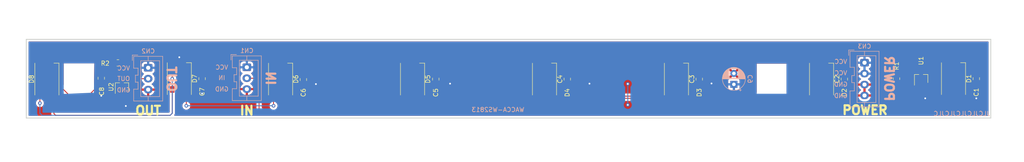
<source format=kicad_pcb>
(kicad_pcb (version 20211014) (generator pcbnew)
  (layers (0 "F.Cu" signal) (31 "B.Cu" signal) (34 "B.Paste" user) (35 "F.Paste" user) (36 "B.SilkS" user "B.Silkscreen") (37 "F.SilkS" user "F.Silkscreen") (38 "B.Mask" user) (39 "F.Mask" user) (44 "Edge.Cuts" user))
  (net 0 "")
  (net 1 "+5V")
  (net 2 "GND")
  (net 3 "Net-(CN1-Pad2)")
  (net 4 "LED_IN")
  (net 5 "LED_OUT")
  (net 6 "Net-(CN2-Pad2)")
  (net 8 "Net-(D1-Pad3)")
  (net 10 "Net-(D2-Pad3)")
  (net 12 "Net-(D3-Pad3)")
  (net 14 "Net-(D4-Pad3)")
  (net 16 "Net-(D5-Pad3)")
  (net 18 "Net-(D6-Pad3)")
  (net 20 "Net-(D7-Pad3)")
  (footprint "LED_SMD:LED_WS2812_PLCC6_5.0x5.0mm_P1.6mm" (layer "F.Cu") (at 154.5 99.5 -90)
    (fp_text reference "D4" (at 3.1 -5.2 90) (layer "F.SilkS"))
    (fp_text value "WS2813")
    (fp_line (start -3.65 -2.75) (end 3.65 -2.75) (layer "F.SilkS") (width 0.12))
    (fp_line (start -3.65 -1.6) (end -3.65 -2.75) (layer "F.SilkS") (width 0.12))
    (fp_line (start -3.65 2.75) (end 3.65 2.75) (layer "F.SilkS") (width 0.12))
    (pad "1" smd rect (at -2.45 -1.6 270) (size 1.5 1) (layers "F.Cu" "F.Paste" "F.Mask"))
    (pad "2" smd rect (at -2.45 0 270) (size 1.5 1) (layers "F.Cu" "F.Paste" "F.Mask") (net 1 "+5V"))
    (pad "3" smd rect (at -2.45 1.6 270) (size 1.5 1) (layers "F.Cu" "F.Paste" "F.Mask") (net 14 "Net-(D4-Pad3)"))
    (pad "4" smd rect (at 2.45 1.6 270) (size 1.5 1) (layers "F.Cu" "F.Paste" "F.Mask") (net 12 "Net-(D3-Pad3)"))
    (pad "5" smd rect (at 2.45 0 270) (size 1.5 1) (layers "F.Cu" "F.Paste" "F.Mask") (net 2 "GND"))
    (pad "6" smd rect (at 2.45 -1.6 270) (size 1.5 1) (layers "F.Cu" "F.Paste" "F.Mask") (net 10 "Net-(D2-Pad3)"))
  )
  (footprint "Resistor_SMD:R_0805_2012Metric_Pad1.20x1.40mm_HandSolder" (layer "F.Cu") (at 234.8 99.4 90)
    (fp_text reference "R1" (at 2.9 0 90) (layer "F.SilkS"))
    (fp_text value "100")
    (fp_line (start -0.227064 -0.735) (end 0.227064 -0.735) (layer "F.SilkS") (width 0.12))
    (fp_line (start -0.227064 0.735) (end 0.227064 0.735) (layer "F.SilkS") (width 0.12))
    (pad "1" smd roundrect (at -1 0 90) (size 1.2 1.4) (layers "F.Cu" "F.Paste" "F.Mask") (roundrect_rratio 0.2083333333) (net 3 "Net-(CN1-Pad2)"))
    (pad "2" smd roundrect (at 1 0 90) (size 1.2 1.4) (layers "F.Cu" "F.Paste" "F.Mask") (roundrect_rratio 0.2083333333) (net 4 "LED_IN"))
  )
  (footprint "Capacitor_SMD:C_0805_2012Metric_Pad1.18x1.45mm_HandSolder" (layer "F.Cu") (at 129.7 99.5 90)
    (fp_text reference "C5" (at -3.1 0 90) (layer "F.SilkS"))
    (fp_text value "100nF")
    (fp_line (start -0.261252 -0.735) (end 0.261252 -0.735) (layer "F.SilkS") (width 0.12))
    (fp_line (start -0.261252 0.735) (end 0.261252 0.735) (layer "F.SilkS") (width 0.12))
    (pad "1" smd roundrect (at -1.0375 0 90) (size 1.175 1.45) (layers "F.Cu" "F.Paste" "F.Mask") (roundrect_rratio 0.2127659574) (net 1 "+5V"))
    (pad "2" smd roundrect (at 1.0375 0 90) (size 1.175 1.45) (layers "F.Cu" "F.Paste" "F.Mask") (roundrect_rratio 0.2127659574) (net 2 "GND"))
  )
  (footprint "Package_TO_SOT_SMD:TSOT-23_HandSoldering" (layer "F.Cu") (at 58.1 101.3 90)
    (fp_text reference "U2" (at 0 -2.45 90) (layer "F.SilkS"))
    (fp_text value "1503a")
    (fp_line (start 0.95 -1.5) (end 0.95 -0.5) (layer "F.SilkS") (width 0.12))
    (fp_line (start 0.93 -1.51) (end -1.5 -1.51) (layer "F.SilkS") (width 0.12))
    (fp_line (start 0.95 1.55) (end -0.9 1.55) (layer "F.SilkS") (width 0.12))
    (fp_line (start 0.95 0.5) (end 0.95 1.55) (layer "F.SilkS") (width 0.12))
    (pad "1" smd rect (at -1.71 -0.95 90) (size 2 0.65) (layers "F.Cu" "F.Paste" "F.Mask") (net 2 "GND"))
    (pad "2" smd rect (at -1.71 0.95 90) (size 2 0.65) (layers "F.Cu" "F.Paste" "F.Mask") (net 1 "+5V"))
    (pad "3" smd rect (at 1.71 0 90) (size 2 0.65) (layers "F.Cu" "F.Paste" "F.Mask") (net 5 "LED_OUT"))
  )
  (footprint "LED_SMD:LED_WS2812_PLCC6_5.0x5.0mm_P1.6mm" (layer "F.Cu") (at 124.4 99.5 -90)
    (fp_text reference "D5" (at 0 -3.5 90) (layer "F.SilkS"))
    (fp_text value "WS2813")
    (fp_line (start -3.65 2.75) (end 3.65 2.75) (layer "F.SilkS") (width 0.12))
    (fp_line (start -3.65 -1.6) (end -3.65 -2.75) (layer "F.SilkS") (width 0.12))
    (fp_line (start -3.65 -2.75) (end 3.65 -2.75) (layer "F.SilkS") (width 0.12))
    (pad "1" smd rect (at -2.45 -1.6 270) (size 1.5 1) (layers "F.Cu" "F.Paste" "F.Mask"))
    (pad "2" smd rect (at -2.45 0 270) (size 1.5 1) (layers "F.Cu" "F.Paste" "F.Mask") (net 1 "+5V"))
    (pad "3" smd rect (at -2.45 1.6 270) (size 1.5 1) (layers "F.Cu" "F.Paste" "F.Mask") (net 16 "Net-(D5-Pad3)"))
    (pad "4" smd rect (at 2.45 1.6 270) (size 1.5 1) (layers "F.Cu" "F.Paste" "F.Mask") (net 14 "Net-(D4-Pad3)"))
    (pad "5" smd rect (at 2.45 0 270) (size 1.5 1) (layers "F.Cu" "F.Paste" "F.Mask") (net 2 "GND"))
    (pad "6" smd rect (at 2.45 -1.6 270) (size 1.5 1) (layers "F.Cu" "F.Paste" "F.Mask") (net 12 "Net-(D3-Pad3)"))
  )
  (footprint "Resistor_SMD:R_0805_2012Metric_Pad1.20x1.40mm_HandSolder" (layer "F.Cu") (at 57.2 95.8)
    (fp_text reference "R2" (at -2.9 0.1) (layer "F.SilkS"))
    (fp_text value "100")
    (fp_line (start -0.227064 -0.735) (end 0.227064 -0.735) (layer "F.SilkS") (width 0.12))
    (fp_line (start -0.227064 0.735) (end 0.227064 0.735) (layer "F.SilkS") (width 0.12))
    (pad "1" smd roundrect (at -1 0) (size 1.2 1.4) (layers "F.Cu" "F.Paste" "F.Mask") (roundrect_rratio 0.2083333333) (net 5 "LED_OUT"))
    (pad "2" smd roundrect (at 1 0) (size 1.2 1.4) (layers "F.Cu" "F.Paste" "F.Mask") (roundrect_rratio 0.2083333333) (net 6 "Net-(CN2-Pad2)"))
  )
  (footprint "LED_SMD:LED_WS2812_PLCC6_5.0x5.0mm_P1.6mm" (layer "F.Cu") (at 71.2 99.4 -90)
    (fp_text reference "D7" (at 0 -3.5 90) (layer "F.SilkS"))
    (fp_text value "WS2813")
    (fp_line (start -3.65 2.75) (end 3.65 2.75) (layer "F.SilkS") (width 0.12))
    (fp_line (start -3.65 -2.75) (end 3.65 -2.75) (layer "F.SilkS") (width 0.12))
    (fp_line (start -3.65 -1.6) (end -3.65 -2.75) (layer "F.SilkS") (width 0.12))
    (pad "1" smd rect (at -2.45 -1.6 270) (size 1.5 1) (layers "F.Cu" "F.Paste" "F.Mask"))
    (pad "2" smd rect (at -2.45 0 270) (size 1.5 1) (layers "F.Cu" "F.Paste" "F.Mask") (net 1 "+5V"))
    (pad "3" smd rect (at -2.45 1.6 270) (size 1.5 1) (layers "F.Cu" "F.Paste" "F.Mask") (net 20 "Net-(D7-Pad3)"))
    (pad "4" smd rect (at 2.45 1.6 270) (size 1.5 1) (layers "F.Cu" "F.Paste" "F.Mask") (net 18 "Net-(D6-Pad3)"))
    (pad "5" smd rect (at 2.45 0 270) (size 1.5 1) (layers "F.Cu" "F.Paste" "F.Mask") (net 2 "GND"))
    (pad "6" smd rect (at 2.45 -1.6 270) (size 1.5 1) (layers "F.Cu" "F.Paste" "F.Mask") (net 16 "Net-(D5-Pad3)"))
  )
  (footprint "Package_TO_SOT_SMD:TSOT-23_HandSoldering" (layer "F.Cu") (at 240.4 99.4 90)
    (fp_text reference "U1" (at 4.1 0 90) (layer "F.SilkS"))
    (fp_text value "1503a")
    (fp_line (start 0.95 1.55) (end -0.9 1.55) (layer "F.SilkS") (width 0.12))
    (fp_line (start 0.95 0.5) (end 0.95 1.55) (layer "F.SilkS") (width 0.12))
    (fp_line (start 0.95 -1.5) (end 0.95 -0.5) (layer "F.SilkS") (width 0.12))
    (fp_line (start 0.93 -1.51) (end -1.5 -1.51) (layer "F.SilkS") (width 0.12))
    (pad "1" smd rect (at -1.71 -0.95 90) (size 2 0.65) (layers "F.Cu" "F.Paste" "F.Mask") (net 2 "GND"))
    (pad "2" smd rect (at -1.71 0.95 90) (size 2 0.65) (layers "F.Cu" "F.Paste" "F.Mask") (net 1 "+5V"))
    (pad "3" smd rect (at 1.71 0 90) (size 2 0.65) (layers "F.Cu" "F.Paste" "F.Mask") (net 4 "LED_IN"))
  )
  (footprint "LED_SMD:LED_WS2812_PLCC6_5.0x5.0mm_P1.6mm" (layer "F.Cu") (at 94.3 99.5 -90)
    (fp_text reference "D6" (at 0 -3.5 90) (layer "F.SilkS"))
    (fp_text value "WS2813")
    (fp_line (start -3.65 -1.6) (end -3.65 -2.75) (layer "F.SilkS") (width 0.12))
    (fp_line (start -3.65 -2.75) (end 3.65 -2.75) (layer "F.SilkS") (width 0.12))
    (fp_line (start -3.65 2.75) (end 3.65 2.75) (layer "F.SilkS") (width 0.12))
    (pad "1" smd rect (at -2.45 -1.6 270) (size 1.5 1) (layers "F.Cu" "F.Paste" "F.Mask"))
    (pad "2" smd rect (at -2.45 0 270) (size 1.5 1) (layers "F.Cu" "F.Paste" "F.Mask") (net 1 "+5V"))
    (pad "3" smd rect (at -2.45 1.6 270) (size 1.5 1) (layers "F.Cu" "F.Paste" "F.Mask") (net 18 "Net-(D6-Pad3)"))
    (pad "4" smd rect (at 2.45 1.6 270) (size 1.5 1) (layers "F.Cu" "F.Paste" "F.Mask") (net 16 "Net-(D5-Pad3)"))
    (pad "5" smd rect (at 2.45 0 270) (size 1.5 1) (layers "F.Cu" "F.Paste" "F.Mask") (net 2 "GND"))
    (pad "6" smd rect (at 2.45 -1.6 270) (size 1.5 1) (layers "F.Cu" "F.Paste" "F.Mask") (net 14 "Net-(D4-Pad3)"))
  )
  (footprint "LED_SMD:LED_WS2812_PLCC6_5.0x5.0mm_P1.6mm" (layer "F.Cu") (at 184.6 99.5 -90)
    (fp_text reference "D3" (at 3.1 -5.2 90) (layer "F.SilkS"))
    (fp_text value "WS2813")
    (fp_line (start -3.65 -1.6) (end -3.65 -2.75) (layer "F.SilkS") (width 0.12))
    (fp_line (start -3.65 2.75) (end 3.65 2.75) (layer "F.SilkS") (width 0.12))
    (fp_line (start -3.65 -2.75) (end 3.65 -2.75) (layer "F.SilkS") (width 0.12))
    (pad "1" smd rect (at -2.45 -1.6 270) (size 1.5 1) (layers "F.Cu" "F.Paste" "F.Mask"))
    (pad "2" smd rect (at -2.45 0 270) (size 1.5 1) (layers "F.Cu" "F.Paste" "F.Mask") (net 1 "+5V"))
    (pad "3" smd rect (at -2.45 1.6 270) (size 1.5 1) (layers "F.Cu" "F.Paste" "F.Mask") (net 12 "Net-(D3-Pad3)"))
    (pad "4" smd rect (at 2.45 1.6 270) (size 1.5 1) (layers "F.Cu" "F.Paste" "F.Mask") (net 10 "Net-(D2-Pad3)"))
    (pad "5" smd rect (at 2.45 0 270) (size 1.5 1) (layers "F.Cu" "F.Paste" "F.Mask") (net 2 "GND"))
    (pad "6" smd rect (at 2.45 -1.6 270) (size 1.5 1) (layers "F.Cu" "F.Paste" "F.Mask") (net 8 "Net-(D1-Pad3)"))
  )
  (footprint "Capacitor_SMD:C_0805_2012Metric_Pad1.18x1.45mm_HandSolder" (layer "F.Cu") (at 53.4 99.3 90)
    (fp_text reference "C8" (at -3 0.1 90) (layer "F.SilkS"))
    (fp_text value "100nF")
    (fp_line (start -0.261252 -0.735) (end 0.261252 -0.735) (layer "F.SilkS") (width 0.12))
    (fp_line (start -0.261252 0.735) (end 0.261252 0.735) (layer "F.SilkS") (width 0.12))
    (pad "1" smd roundrect (at -1.0375 0 90) (size 1.175 1.45) (layers "F.Cu" "F.Paste" "F.Mask") (roundrect_rratio 0.2127659574) (net 1 "+5V"))
    (pad "2" smd roundrect (at 1.0375 0 90) (size 1.175 1.45) (layers "F.Cu" "F.Paste" "F.Mask") (roundrect_rratio 0.2127659574) (net 2 "GND"))
  )
  (footprint "MountingHole:MountingHole_3.2mm_M3" (layer "F.Cu") (at 206.3 99.4)
    (fp_text reference "H1" hide)
    (fp_text value "M3")
    (pad "" np_thru_hole circle (at 0 0) (size 3.2 3.2) (drill 3.2) (layers *.Cu *.Mask))
  )
  (footprint "Capacitor_SMD:C_0805_2012Metric_Pad1.18x1.45mm_HandSolder" (layer "F.Cu") (at 253 99.4 90)
    (fp_text reference "C1" (at -3.1 0 90) (layer "F.SilkS"))
    (fp_text value "100nF")
    (fp_line (start -0.261252 -0.735) (end 0.261252 -0.735) (layer "F.SilkS") (width 0.12))
    (fp_line (start -0.261252 0.735) (end 0.261252 0.735) (layer "F.SilkS") (width 0.12))
    (pad "1" smd roundrect (at -1.0375 0 90) (size 1.175 1.45) (layers "F.Cu" "F.Paste" "F.Mask") (roundrect_rratio 0.2127659574) (net 1 "+5V"))
    (pad "2" smd roundrect (at 1.0375 0 90) (size 1.175 1.45) (layers "F.Cu" "F.Paste" "F.Mask") (roundrect_rratio 0.2127659574) (net 2 "GND"))
  )
  (footprint "MountingHole:MountingHole_3.2mm_M3" (layer "F.Cu") (at 48.322695 99.4)
    (fp_text reference "H2" hide)
    (fp_text value "M3")
    (pad "" np_thru_hole circle (at 0 0) (size 3.2 3.2) (drill 3.2) (layers *.Cu *.Mask))
  )
  (footprint "LED_SMD:LED_WS2812_PLCC6_5.0x5.0mm_P1.6mm" (layer "F.Cu") (at 217.7 99.5 -90)
    (fp_text reference "D2" (at 3.1 -5.2 90) (layer "F.SilkS"))
    (fp_text value "WS2813")
    (fp_line (start -3.65 2.75) (end 3.65 2.75) (layer "F.SilkS") (width 0.12))
    (fp_line (start -3.65 -1.6) (end -3.65 -2.75) (layer "F.SilkS") (width 0.12))
    (fp_line (start -3.65 -2.75) (end 3.65 -2.75) (layer "F.SilkS") (width 0.12))
    (pad "1" smd rect (at -2.45 -1.6 270) (size 1.5 1) (layers "F.Cu" "F.Paste" "F.Mask"))
    (pad "2" smd rect (at -2.45 0 270) (size 1.5 1) (layers "F.Cu" "F.Paste" "F.Mask") (net 1 "+5V"))
    (pad "3" smd rect (at -2.45 1.6 270) (size 1.5 1) (layers "F.Cu" "F.Paste" "F.Mask") (net 10 "Net-(D2-Pad3)"))
    (pad "4" smd rect (at 2.45 1.6 270) (size 1.5 1) (layers "F.Cu" "F.Paste" "F.Mask") (net 8 "Net-(D1-Pad3)"))
    (pad "5" smd rect (at 2.45 0 270) (size 1.5 1) (layers "F.Cu" "F.Paste" "F.Mask") (net 2 "GND"))
    (pad "6" smd rect (at 2.45 -1.6 270) (size 1.5 1) (layers "F.Cu" "F.Paste" "F.Mask") (net 4 "LED_IN"))
  )
  (footprint "Capacitor_SMD:C_0805_2012Metric_Pad1.18x1.45mm_HandSolder" (layer "F.Cu") (at 189.8 99.5 90)
    (fp_text reference "C3" (at 0 -1.68 90) (layer "F.SilkS"))
    (fp_text value "100nF")
    (fp_line (start -0.261252 -0.735) (end 0.261252 -0.735) (layer "F.SilkS") (width 0.12))
    (fp_line (start -0.261252 0.735) (end 0.261252 0.735) (layer "F.SilkS") (width 0.12))
    (pad "1" smd roundrect (at -1.0375 0 90) (size 1.175 1.45) (layers "F.Cu" "F.Paste" "F.Mask") (roundrect_rratio 0.2127659574) (net 1 "+5V"))
    (pad "2" smd roundrect (at 1.0375 0 90) (size 1.175 1.45) (layers "F.Cu" "F.Paste" "F.Mask") (roundrect_rratio 0.2127659574) (net 2 "GND"))
  )
  (footprint "LED_SMD:LED_WS2812_PLCC6_5.0x5.0mm_P1.6mm" (layer "F.Cu") (at 247.8 99.4 -90)
    (fp_text reference "D1" (at 0 -3.5 90) (layer "F.SilkS"))
    (fp_text value "WS2813")
    (fp_line (start -3.65 2.75) (end 3.65 2.75) (layer "F.SilkS") (width 0.12))
    (fp_line (start -3.65 -2.75) (end 3.65 -2.75) (layer "F.SilkS") (width 0.12))
    (fp_line (start -3.65 -1.6) (end -3.65 -2.75) (layer "F.SilkS") (width 0.12))
    (pad "1" smd rect (at -2.45 -1.6 270) (size 1.5 1) (layers "F.Cu" "F.Paste" "F.Mask"))
    (pad "2" smd rect (at -2.45 0 270) (size 1.5 1) (layers "F.Cu" "F.Paste" "F.Mask") (net 1 "+5V"))
    (pad "3" smd rect (at -2.45 1.6 270) (size 1.5 1) (layers "F.Cu" "F.Paste" "F.Mask") (net 8 "Net-(D1-Pad3)"))
    (pad "4" smd rect (at 2.45 1.6 270) (size 1.5 1) (layers "F.Cu" "F.Paste" "F.Mask") (net 4 "LED_IN"))
    (pad "5" smd rect (at 2.45 0 270) (size 1.5 1) (layers "F.Cu" "F.Paste" "F.Mask") (net 2 "GND"))
    (pad "6" smd rect (at 2.45 -1.6 270) (size 1.5 1) (layers "F.Cu" "F.Paste" "F.Mask") (net 2 "GND"))
  )
  (footprint "Capacitor_SMD:C_0805_2012Metric_Pad1.18x1.45mm_HandSolder" (layer "F.Cu") (at 99.5 99.6 90)
    (fp_text reference "C6" (at -3 0 90) (layer "F.SilkS"))
    (fp_text value "100nF")
    (fp_line (start -0.261252 -0.735) (end 0.261252 -0.735) (layer "F.SilkS") (width 0.12))
    (fp_line (start -0.261252 0.735) (end 0.261252 0.735) (layer "F.SilkS") (width 0.12))
    (pad "1" smd roundrect (at -1.0375 0 90) (size 1.175 1.45) (layers "F.Cu" "F.Paste" "F.Mask") (roundrect_rratio 0.2127659574) (net 1 "+5V"))
    (pad "2" smd roundrect (at 1.0375 0 90) (size 1.175 1.45) (layers "F.Cu" "F.Paste" "F.Mask") (roundrect_rratio 0.2127659574) (net 2 "GND"))
  )
  (footprint "LED_SMD:LED_WS2812_PLCC6_5.0x5.0mm_P1.6mm" (layer "F.Cu") (at 41 99.5 -90)
    (fp_text reference "D8" (at 0 3.5 90) (layer "F.SilkS"))
    (fp_text value "WS2813")
    (fp_line (start -3.65 2.75) (end 3.65 2.75) (layer "F.SilkS") (width 0.12))
    (fp_line (start -3.65 -1.6) (end -3.65 -2.75) (layer "F.SilkS") (width 0.12))
    (fp_line (start -3.65 -2.75) (end 3.65 -2.75) (layer "F.SilkS") (width 0.12))
    (pad "1" smd rect (at -2.45 -1.6 270) (size 1.5 1) (layers "F.Cu" "F.Paste" "F.Mask"))
    (pad "2" smd rect (at -2.45 0 270) (size 1.5 1) (layers "F.Cu" "F.Paste" "F.Mask") (net 1 "+5V"))
    (pad "3" smd rect (at -2.45 1.6 270) (size 1.5 1) (layers "F.Cu" "F.Paste" "F.Mask") (net 5 "LED_OUT"))
    (pad "4" smd rect (at 2.45 1.6 270) (size 1.5 1) (layers "F.Cu" "F.Paste" "F.Mask") (net 20 "Net-(D7-Pad3)"))
    (pad "5" smd rect (at 2.45 0 270) (size 1.5 1) (layers "F.Cu" "F.Paste" "F.Mask") (net 2 "GND"))
    (pad "6" smd rect (at 2.45 -1.6 270) (size 1.5 1) (layers "F.Cu" "F.Paste" "F.Mask") (net 18 "Net-(D6-Pad3)"))
  )
  (footprint "Capacitor_SMD:C_0805_2012Metric_Pad1.18x1.45mm_HandSolder" (layer "F.Cu") (at 76.4 99.4 90)
    (fp_text reference "C7" (at -3 0 90) (layer "F.SilkS"))
    (fp_text value "100nF")
    (fp_line (start -0.261252 0.735) (end 0.261252 0.735) (layer "F.SilkS") (width 0.12))
    (fp_line (start -0.261252 -0.735) (end 0.261252 -0.735) (layer "F.SilkS") (width 0.12))
    (pad "1" smd roundrect (at -1.0375 0 90) (size 1.175 1.45) (layers "F.Cu" "F.Paste" "F.Mask") (roundrect_rratio 0.2127659574) (net 1 "+5V"))
    (pad "2" smd roundrect (at 1.0375 0 90) (size 1.175 1.45) (layers "F.Cu" "F.Paste" "F.Mask") (roundrect_rratio 0.2127659574) (net 2 "GND"))
  )
  (footprint "Capacitor_SMD:C_0805_2012Metric_Pad1.18x1.45mm_HandSolder" (layer "F.Cu") (at 159.7 99.5 90)
    (fp_text reference "C4" (at 0 -1.68 90) (layer "F.SilkS"))
    (fp_text value "100nF")
    (fp_line (start -0.261252 -0.735) (end 0.261252 -0.735) (layer "F.SilkS") (width 0.12))
    (fp_line (start -0.261252 0.735) (end 0.261252 0.735) (layer "F.SilkS") (width 0.12))
    (pad "1" smd roundrect (at -1.0375 0 90) (size 1.175 1.45) (layers "F.Cu" "F.Paste" "F.Mask") (roundrect_rratio 0.2127659574) (net 1 "+5V"))
    (pad "2" smd roundrect (at 1.0375 0 90) (size 1.175 1.45) (layers "F.Cu" "F.Paste" "F.Mask") (roundrect_rratio 0.2127659574) (net 2 "GND"))
  )
  (footprint "Capacitor_SMD:C_0805_2012Metric_Pad1.18x1.45mm_HandSolder" (layer "F.Cu") (at 222.9 99.5 90)
    (fp_text reference "C2" (at 0 -1.68 90) (layer "F.SilkS"))
    (fp_text value "100nF")
    (fp_line (start -0.261252 0.735) (end 0.261252 0.735) (layer "F.SilkS") (width 0.12))
    (fp_line (start -0.261252 -0.735) (end 0.261252 -0.735) (layer "F.SilkS") (width 0.12))
    (pad "1" smd roundrect (at -1.0375 0 90) (size 1.175 1.45) (layers "F.Cu" "F.Paste" "F.Mask") (roundrect_rratio 0.2127659574) (net 1 "+5V"))
    (pad "2" smd roundrect (at 1.0375 0 90) (size 1.175 1.45) (layers "F.Cu" "F.Paste" "F.Mask") (roundrect_rratio 0.2127659574) (net 2 "GND"))
  )
  (footprint "Capacitor_THT:CP_Radial_D5.0mm_P2.50mm" (layer "B.Cu") (at 197.7 100.7 90)
    (fp_text reference "C9" (at 1.25 3.75 90) (layer "B.SilkS") (effects (justify mirror)))
    (fp_text value "1000uF")
    (fp_line (start 3.011 1.901) (end 3.011 1.04) (layer "B.SilkS") (width 0.12))
    (fp_line (start 1.29 2.58) (end 1.29 -2.58) (layer "B.SilkS") (width 0.12))
    (fp_line (start 2.811 2.065) (end 2.811 1.04) (layer "B.SilkS") (width 0.12))
    (fp_line (start 3.691 0.915) (end 3.691 -0.915) (layer "B.SilkS") (width 0.12))
    (fp_line (start 2.731 -1.04) (end 2.731 -2.122) (layer "B.SilkS") (width 0.12))
    (fp_line (start 1.33 2.579) (end 1.33 -2.579) (layer "B.SilkS") (width 0.12))
    (fp_line (start 2.451 2.29) (end 2.451 1.04) (layer "B.SilkS") (width 0.12))
    (fp_line (start 3.091 1.826) (end 3.091 1.04) (layer "B.SilkS") (width 0.12))
    (fp_line (start 3.051 -1.04) (end 3.051 -1.864) (layer "B.SilkS") (width 0.12))
    (fp_line (start 2.371 2.329) (end 2.371 1.04) (layer "B.SilkS") (width 0.12))
    (fp_line (start 2.011 2.468) (end 2.011 1.04) (layer "B.SilkS") (width 0.12))
    (fp_line (start 1.57 2.561) (end 1.57 1.04) (layer "B.SilkS") (width 0.12))
    (fp_line (start 1.61 -1.04) (end 1.61 -2.556) (layer "B.SilkS") (width 0.12))
    (fp_line (start 2.891 2.004) (end 2.891 1.04) (layer "B.SilkS") (width 0.12))
    (fp_line (start 1.77 -1.04) (end 1.77 -2.528) (layer "B.SilkS") (width 0.12))
    (fp_line (start 2.491 2.268) (end 2.491 1.04) (layer "B.SilkS") (width 0.12))
    (fp_line (start 1.53 -1.04) (end 1.53 -2.565) (layer "B.SilkS") (width 0.12))
    (fp_line (start 1.41 2.576) (end 1.41 -2.576) (layer "B.SilkS") (width 0.12))
    (fp_line (start 2.971 -1.04) (end 2.971 -1.937) (layer "B.SilkS") (width 0.12))
    (fp_line (start 2.851 2.035) (end 2.851 1.04) (layer "B.SilkS") (width 0.12))
    (fp_line (start 3.371 1.5) (end 3.371 1.04) (layer "B.SilkS") (width 0.12))
    (fp_line (start 3.211 -1.04) (end 3.211 -1.699) (layer "B.SilkS") (width 0.12))
    (fp_line (start 3.451 1.383) (end 3.451 1.04) (layer "B.SilkS") (width 0.12))
    (fp_line (start 2.171 2.414) (end 2.171 1.04) (layer "B.SilkS") (width 0.12))
    (fp_line (start 1.45 2.573) (end 1.45 -2.573) (layer "B.SilkS") (width 0.12))
    (fp_line (start 3.531 1.251) (end 3.531 1.04) (layer "B.SilkS") (width 0.12))
    (fp_line (start 2.011 -1.04) (end 2.011 -2.468) (layer "B.SilkS") (width 0.12))
    (fp_line (start 3.251 1.653) (end 3.251 1.04) (layer "B.SilkS") (width 0.12))
    (fp_line (start 2.331 -1.04) (end 2.331 -2.348) (layer "B.SilkS") (width 0.12))
    (fp_line (start 3.131 1.785) (end 3.131 1.04) (layer "B.SilkS") (width 0.12))
    (fp_line (start 1.49 2.569) (end 1.49 1.04) (layer "B.SilkS") (width 0.12))
    (fp_line (start 2.171 -1.04) (end 2.171 -2.414) (layer "B.SilkS") (width 0.12))
    (fp_line (start 2.211 2.398) (end 2.211 1.04) (layer "B.SilkS") (width 0.12))
    (fp_line (start 3.731 0.805) (end 3.731 -0.805) (layer "B.SilkS") (width 0.12))
    (fp_line (start 3.491 1.319) (end 3.491 1.04) (layer "B.SilkS") (width 0.12))
    (fp_line (start 1.61 2.556) (end 1.61 1.04) (layer "B.SilkS") (width 0.12))
    (fp_line (start 3.091 -1.04) (end 3.091 -1.826) (layer "B.SilkS") (width 0.12))
    (fp_line (start 3.451 -1.04) (end 3.451 -1.383) (layer "B.SilkS") (width 0.12))
    (fp_line (start 2.051 2.455) (end 2.051 1.04) (layer "B.SilkS") (width 0.12))
    (fp_line (start 3.171 1.743) (end 3.171 1.04) (layer "B.SilkS") (width 0.12))
    (fp_line (start 3.371 -1.04) (end 3.371 -1.5) (layer "B.SilkS") (width 0.12))
    (fp_line (start 1.49 -1.04) (end 1.49 -2.569) (layer "B.SilkS") (width 0.12))
    (fp_line (start 1.37 2.578) (end 1.37 -2.578) (layer "B.SilkS") (width 0.12))
    (fp_line (start 3.531 -1.04) (end 3.531 -1.251) (layer "B.SilkS") (width 0.12))
    (fp_line (start 1.53 2.565) (end 1.53 1.04) (layer "B.SilkS") (width 0.12))
    (fp_line (start 1.81 2.52) (end 1.81 1.04) (layer "B.SilkS") (width 0.12))
    (fp_line (start 2.291 2.365) (end 2.291 1.04) (layer "B.SilkS") (width 0.12))
    (fp_line (start 1.73 -1.04) (end 1.73 -2.536) (layer "B.SilkS") (width 0.12))
    (fp_line (start 2.611 2.2) (end 2.611 1.04) (layer "B.SilkS") (width 0.12))
    (fp_line (start 2.251 2.382) (end 2.251 1.04) (layer "B.SilkS") (width 0.12))
    (fp_line (start 2.651 -1.04) (end 2.651 -2.175) (layer "B.SilkS") (width 0.12))
    (fp_line (start 2.851 -1.04) (end 2.851 -2.035) (layer "B.SilkS") (width 0.12))
    (fp_line (start 3.411 -1.04) (end 3.411 -1.443) (layer "B.SilkS") (width 0.12))
    (fp_line (start 3.411 1.443) (end 3.411 1.04) (layer "B.SilkS") (width 0.12))
    (fp_line (start 3.291 -1.04) (end 3.291 -1.605) (layer "B.SilkS") (width 0.12))
    (fp_line (start 2.891 -1.04) (end 2.891 -2.004) (layer "B.SilkS") (width 0.12))
    (fp_line (start 1.69 -1.04) (end 1.69 -2.543) (layer "B.SilkS") (width 0.12))
    (fp_line (start -1.304775 1.725) (end -1.304775 1.225) (layer "B.SilkS") (width 0.12))
    (fp_line (start 1.971 2.48) (end 1.971 1.04) (layer "B.SilkS") (width 0.12))
    (fp_line (start 1.93 -1.04) (end 1.93 -2.491) (layer "B.SilkS") (width 0.12))
    (fp_line (start 2.771 2.095) (end 2.771 1.04) (layer "B.SilkS") (width 0.12))
    (fp_line (start 3.571 1.178) (end 3.571 -1.178) (layer "B.SilkS") (width 0.12))
    (fp_line (start 2.611 -1.04) (end 2.611 -2.2) (layer "B.SilkS") (width 0.12))
    (fp_line (start 2.251 -1.04) (end 2.251 -2.382) (layer "B.SilkS") (width 0.12))
    (fp_line (start 2.571 2.224) (end 2.571 1.04) (layer "B.SilkS") (width 0.12))
    (fp_line (start 2.931 1.971) (end 2.931 1.04) (layer "B.SilkS") (width 0.12))
    (fp_line (start 2.091 -1.04) (end 2.091 -2.442) (layer "B.SilkS") (width 0.12))
    (fp_line (start 2.131 -1.04) (end 2.131 -2.428) (layer "B.SilkS") (width 0.12))
    (fp_line (start 1.81 -1.04) (end 1.81 -2.52) (layer "B.SilkS") (width 0.12))
    (fp_line (start 3.331 -1.04) (end 3.331 -1.554) (layer "B.SilkS") (width 0.12))
    (fp_line (start 2.691 2.149) (end 2.691 1.04) (layer "B.SilkS") (width 0.12))
    (fp_line (start 1.93 2.491) (end 1.93 1.04) (layer "B.SilkS") (width 0.12))
    (fp_line (start 2.291 -1.04) (end 2.291 -2.365) (layer "B.SilkS") (width 0.12))
    (fp_line (start 1.25 2.58) (end 1.25 -2.58) (layer "B.SilkS") (width 0.12))
    (fp_line (start 2.411 2.31) (end 2.411 1.04) (layer "B.SilkS") (width 0.12))
    (fp_line (start 2.651 2.175) (end 2.651 1.04) (layer "B.SilkS") (width 0.12))
    (fp_line (start 3.491 -1.04) (end 3.491 -1.319) (layer "B.SilkS") (width 0.12))
    (fp_line (start 2.691 -1.04) (end 2.691 -2.149) (layer "B.SilkS") (width 0.12))
    (fp_line (start 3.611 1.098) (end 3.611 -1.098) (layer "B.SilkS") (width 0.12))
    (fp_line (start 2.051 -1.04) (end 2.051 -2.455) (layer "B.SilkS") (width 0.12))
    (fp_line (start 1.85 2.511) (end 1.85 1.04) (layer "B.SilkS") (width 0.12))
    (fp_line (start 2.331 2.348) (end 2.331 1.04) (layer "B.SilkS") (width 0.12))
    (fp_line (start 1.89 2.501) (end 1.89 1.04) (layer "B.SilkS") (width 0.12))
    (fp_line (start 1.971 -1.04) (end 1.971 -2.48) (layer "B.SilkS") (width 0.12))
    (fp_line (start 3.291 1.605) (end 3.291 1.04) (layer "B.SilkS") (width 0.12))
    (fp_line (start 2.571 -1.04) (end 2.571 -2.224) (layer "B.SilkS") (width 0.12))
    (fp_line (start 1.65 -1.04) (end 1.65 -2.55) (layer "B.SilkS") (width 0.12))
    (fp_line (start 2.451 -1.04) (end 2.451 -2.29) (layer "B.SilkS") (width 0.12))
    (fp_line (start 2.411 -1.04) (end 2.411 -2.31) (layer "B.SilkS") (width 0.12))
    (fp_line (start 3.331 1.554) (end 3.331 1.04) (layer "B.SilkS") (width 0.12))
    (fp_line (start 1.77 2.528) (end 1.77 1.04) (layer "B.SilkS") (width 0.12))
    (fp_line (start 2.491 -1.04) (end 2.491 -2.268) (layer "B.SilkS") (width 0.12))
    (fp_line (start 1.69 2.543) (end 1.69 1.04) (layer "B.SilkS") (width 0.12))
    (fp_line (start 2.931 -1.04) (end 2.931 -1.971) (layer "B.SilkS") (width 0.12))
    (fp_line (start 2.731 2.122) (end 2.731 1.04) (layer "B.SilkS") (width 0.12))
    (fp_line (start 3.051 1.864) (end 3.051 1.04) (layer "B.SilkS") (width 0.12))
    (fp_line (start 3.131 -1.04) (end 3.131 -1.785) (layer "B.SilkS") (width 0.12))
    (fp_line (start 3.811 0.518) (end 3.811 -0.518) (layer "B.SilkS") (width 0.12))
    (fp_line (start 2.131 2.428) (end 2.131 1.04) (layer "B.SilkS") (width 0.12))
    (fp_line (start 2.811 -1.04) (end 2.811 -2.065) (layer "B.SilkS") (width 0.12))
    (fp_line (start 1.65 2.55) (end 1.65 1.04) (layer "B.SilkS") (width 0.12))
    (fp_line (start 3.171 -1.04) (end 3.171 -1.743) (layer "B.SilkS") (width 0.12))
    (fp_line (start 2.771 -1.04) (end 2.771 -2.095) (layer "B.SilkS") (width 0.12))
    (fp_line (start 3.651 1.011) (end 3.651 -1.011) (layer "B.SilkS") (width 0.12))
    (fp_line (start 3.771 0.677) (end 3.771 -0.677) (layer "B.SilkS") (width 0.12))
    (fp_line (start 1.85 -1.04) (end 1.85 -2.511) (layer "B.SilkS") (width 0.12))
    (fp_line (start 2.531 2.247) (end 2.531 1.04) (layer "B.SilkS") (width 0.12))
    (fp_line (start 1.57 -1.04) (end 1.57 -2.561) (layer "B.SilkS") (width 0.12))
    (fp_line (start -1.554775 1.475) (end -1.054775 1.475) (layer "B.SilkS") (width 0.12))
    (fp_line (start 2.091 2.442) (end 2.091 1.04) (layer "B.SilkS") (width 0.12))
    (fp_line (start 2.371 -1.04) (end 2.371 -2.329) (layer "B.SilkS") (width 0.12))
    (fp_line (start 1.89 -1.04) (end 1.89 -2.501) (layer "B.SilkS") (width 0.12))
    (fp_line (start 1.73 2.536) (end 1.73 1.04) (layer "B.SilkS") (width 0.12))
    (fp_line (start 2.211 -1.04) (end 2.211 -2.398) (layer "B.SilkS") (width 0.12))
    (fp_line (start 2.971 1.937) (end 2.971 1.04) (layer "B.SilkS") (width 0.12))
    (fp_line (start 3.011 -1.04) (end 3.011 -1.901) (layer "B.SilkS") (width 0.12))
    (fp_line (start 3.251 -1.04) (end 3.251 -1.653) (layer "B.SilkS") (width 0.12))
    (fp_line (start 3.851 0.284) (end 3.851 -0.284) (layer "B.SilkS") (width 0.12))
    (fp_line (start 3.211 1.699) (end 3.211 1.04) (layer "B.SilkS") (width 0.12))
    (fp_line (start 2.531 -1.04) (end 2.531 -2.247) (layer "B.SilkS") (width 0.12))
    (fp_circle (center 1.25 0) (end 3.87 0) (layer "B.SilkS") (width 0.12) (fill none))
    (pad "1" thru_hole rect (at 0 0 90) (size 1.6 1.6) (drill 0.8) (layers *.Cu *.Mask) (net 1 "+5V"))
    (pad "2" thru_hole circle (at 2.5 0 90) (size 1.6 1.6) (drill 0.8) (layers *.Cu *.Mask) (net 2 "GND"))
  )
  (footprint "Connector_JST:JST_XA_B04B-XASK-1_1x04_P2.50mm_Vertical" (layer "B.Cu") (at 227.5 95.75 -90)
    (fp_text reference "CN3" (at -3.75 0 180) (layer "B.SilkS") (effects (justify mirror)))
    (fp_text value "JST XA 4p")
    (fp_line (start 10.11 3.31) (end 6.45 3.31) (layer "B.SilkS") (width 0.12))
    (fp_line (start 10.11 -3.31) (end 10.11 3.31) (layer "B.SilkS") (width 0.12))
    (fp_line (start -2.61 0) (end -1.6 0) (layer "B.SilkS") (width 0.12))
    (fp_line (start 10.11 0) (end 9.1 0) (layer "B.SilkS") (width 0.12))
    (fp_line (start -2.91 3.61) (end -2.91 2.36) (layer "B.SilkS") (width 0.12))
    (fp_line (start 1.05 2.31) (end 1.05 3.31) (layer "B.SilkS") (width 0.12))
    (fp_line (start -2.61 -3.31) (end 10.11 -3.31) (layer "B.SilkS") (width 0.12))
    (fp_line (start -2.61 3.31) (end -2.61 -3.31) (layer "B.SilkS") (width 0.12))
    (fp_line (start 1.05 3.31) (end -2.61 3.31) (layer "B.SilkS") (width 0.12))
    (fp_line (start 6.45 2.31) (end 4.55 2.31) (layer "B.SilkS") (width 0.12))
    (fp_line (start 4.55 2.31) (end 4.55 2.91) (layer "B.SilkS") (width 0.12))
    (fp_line (start 6.45 3.31) (end 6.45 2.31) (layer "B.SilkS") (width 0.12))
    (fp_line (start -1.66 3.61) (end -2.91 3.61) (layer "B.SilkS") (width 0.12))
    (fp_line (start 2.95 2.91) (end 2.95 2.31) (layer "B.SilkS") (width 0.12))
    (fp_line (start -1.6 -2.6) (end 9.1 -2.6) (layer "B.SilkS") (width 0.12))
    (fp_line (start 9.1 -2.6) (end 9.1 1.7) (layer "B.SilkS") (width 0.12))
    (fp_line (start 2.95 2.31) (end 1.05 2.31) (layer "B.SilkS") (width 0.12))
    (fp_line (start 9.1 1.7) (end -1.6 1.7) (layer "B.SilkS") (width 0.12))
    (fp_line (start -1.6 1.7) (end -1.6 -2.6) (layer "B.SilkS") (width 0.12))
    (fp_line (start 4.55 2.91) (end 2.95 2.91) (layer "B.SilkS") (width 0.12))
    (pad "1" thru_hole roundrect (at 0 0 270) (size 1.7 1.95) (drill 0.95) (layers *.Cu *.Mask) (roundrect_rratio 0.1470588235) (net 1 "+5V"))
    (pad "2" thru_hole oval (at 2.5 0 270) (size 1.7 1.95) (drill 0.95) (layers *.Cu *.Mask) (net 1 "+5V"))
    (pad "3" thru_hole oval (at 5 0 270) (size 1.7 1.95) (drill 0.95) (layers *.Cu *.Mask) (net 2 "GND"))
    (pad "4" thru_hole oval (at 7.5 0 270) (size 1.7 1.95) (drill 0.95) (layers *.Cu *.Mask) (net 2 "GND"))
  )
  (footprint "Connector_JST:JST_XA_B03B-XASK-1_1x03_P2.50mm_Vertical" (layer "B.Cu") (at 64.1 96.905 -90)
    (fp_text reference "CN2" (at -3.805 0 180) (layer "B.SilkS") (effects (justify mirror)))
    (fp_text value "JST XA 3p")
    (fp_line (start -2.91 3.61) (end -2.91 2.36) (layer "B.SilkS") (width 0.12))
    (fp_line (start 4.9 3.31) (end 4.9 2.31) (layer "B.SilkS") (width 0.12))
    (fp_line (start 0.1 2.31) (end 0.1 3.31) (layer "B.SilkS") (width 0.12))
    (fp_line (start -2.61 0) (end -1.6 0) (layer "B.SilkS") (width 0.12))
    (fp_line (start -2.61 3.31) (end -2.61 -3.31) (layer "B.SilkS") (width 0.12))
    (fp_line (start -1.66 3.61) (end -2.91 3.61) (layer "B.SilkS") (width 0.12))
    (fp_line (start 7.61 0) (end 6.6 0) (layer "B.SilkS") (width 0.12))
    (fp_line (start 6.6 -2.6) (end 6.6 1.7) (layer "B.SilkS") (width 0.12))
    (fp_line (start 1.7 2.31) (end 0.1 2.31) (layer "B.SilkS") (width 0.12))
    (fp_line (start 1.7 2.91) (end 1.7 2.31) (layer "B.SilkS") (width 0.12))
    (fp_line (start -2.61 -3.31) (end 7.61 -3.31) (layer "B.SilkS") (width 0.12))
    (fp_line (start -1.6 -2.6) (end 6.6 -2.6) (layer "B.SilkS") (width 0.12))
    (fp_line (start 0.1 3.31) (end -2.61 3.31) (layer "B.SilkS") (width 0.12))
    (fp_line (start 6.6 1.7) (end -1.6 1.7) (layer "B.SilkS") (width 0.12))
    (fp_line (start 7.61 -3.31) (end 7.61 3.31) (layer "B.SilkS") (width 0.12))
    (fp_line (start 7.61 3.31) (end 4.9 3.31) (layer "B.SilkS") (width 0.12))
    (fp_line (start -1.6 1.7) (end -1.6 -2.6) (layer "B.SilkS") (width 0.12))
    (fp_line (start 3.3 2.91) (end 1.7 2.91) (layer "B.SilkS") (width 0.12))
    (fp_line (start 4.9 2.31) (end 3.3 2.31) (layer "B.SilkS") (width 0.12))
    (fp_line (start 3.3 2.31) (end 3.3 2.91) (layer "B.SilkS") (width 0.12))
    (pad "1" thru_hole roundrect (at 0 0 270) (size 1.7 1.95) (drill 0.95) (layers *.Cu *.Mask) (roundrect_rratio 0.1470588235) (net 1 "+5V"))
    (pad "2" thru_hole oval (at 2.5 0 270) (size 1.7 1.95) (drill 0.95) (layers *.Cu *.Mask) (net 6 "Net-(CN2-Pad2)"))
    (pad "3" thru_hole oval (at 5 0 270) (size 1.7 1.95) (drill 0.95) (layers *.Cu *.Mask) (net 2 "GND"))
  )
  (footprint "Connector_JST:JST_XA_B03B-XASK-1_1x03_P2.50mm_Vertical" (layer "B.Cu") (at 86.6 96.795 -90)
    (fp_text reference "CN1" (at -3.795 0 180) (layer "B.SilkS") (effects (justify mirror)))
    (fp_text value "JST XA 3p")
    (fp_line (start -2.61 3.31) (end -2.61 -3.31) (layer "B.SilkS") (width 0.12))
    (fp_line (start -2.91 3.61) (end -2.91 2.36) (layer "B.SilkS") (width 0.12))
    (fp_line (start 6.6 1.7) (end -1.6 1.7) (layer "B.SilkS") (width 0.12))
    (fp_line (start 0.1 3.31) (end -2.61 3.31) (layer "B.SilkS") (width 0.12))
    (fp_line (start 7.61 3.31) (end 4.9 3.31) (layer "B.SilkS") (width 0.12))
    (fp_line (start -1.6 1.7) (end -1.6 -2.6) (layer "B.SilkS") (width 0.12))
    (fp_line (start 3.3 2.31) (end 3.3 2.91) (layer "B.SilkS") (width 0.12))
    (fp_line (start 7.61 -3.31) (end 7.61 3.31) (layer "B.SilkS") (width 0.12))
    (fp_line (start 4.9 3.31) (end 4.9 2.31) (layer "B.SilkS") (width 0.12))
    (fp_line (start 0.1 2.31) (end 0.1 3.31) (layer "B.SilkS") (width 0.12))
    (fp_line (start -2.61 0) (end -1.6 0) (layer "B.SilkS") (width 0.12))
    (fp_line (start 1.7 2.91) (end 1.7 2.31) (layer "B.SilkS") (width 0.12))
    (fp_line (start 1.7 2.31) (end 0.1 2.31) (layer "B.SilkS") (width 0.12))
    (fp_line (start -1.6 -2.6) (end 6.6 -2.6) (layer "B.SilkS") (width 0.12))
    (fp_line (start -2.61 -3.31) (end 7.61 -3.31) (layer "B.SilkS") (width 0.12))
    (fp_line (start 6.6 -2.6) (end 6.6 1.7) (layer "B.SilkS") (width 0.12))
    (fp_line (start 4.9 2.31) (end 3.3 2.31) (layer "B.SilkS") (width 0.12))
    (fp_line (start -1.66 3.61) (end -2.91 3.61) (layer "B.SilkS") (width 0.12))
    (fp_line (start 7.61 0) (end 6.6 0) (layer "B.SilkS") (width 0.12))
    (fp_line (start 3.3 2.91) (end 1.7 2.91) (layer "B.SilkS") (width 0.12))
    (pad "1" thru_hole roundrect (at 0 0 270) (size 1.7 1.95) (drill 0.95) (layers *.Cu *.Mask) (roundrect_rratio 0.1470588235) (net 1 "+5V"))
    (pad "2" thru_hole oval (at 2.5 0 270) (size 1.7 1.95) (drill 0.95) (layers *.Cu *.Mask) (net 3 "Net-(CN1-Pad2)"))
    (pad "3" thru_hole oval (at 5 0 270) (size 1.7 1.95) (drill 0.95) (layers *.Cu *.Mask) (net 2 "GND"))
  )
  (gr_line (start 256.3 108.4) (end 36.3 108.4) (layer "Edge.Cuts") (width 0.2))
  (gr_line (start 36.3 90.4) (end 256.3 90.4) (layer "Edge.Cuts") (width 0.2))
  (gr_line (start 36.3 108.4) (end 36.3 90.4) (layer "Edge.Cuts") (width 0.2))
  (gr_line (start 256.3 90.4) (end 256.3 108.4) (layer "Edge.Cuts") (width 0.2))
  (gr_text "WACCA-WS2813" (at 143.9 106.5) (layer "B.SilkS") (effects (font (size 1 1)) (justify mirror)))
  (gr_text "JLCJLCJLCJLCJLC" (at 249.7 107.4) (layer "B.SilkS") (effects (font (size 1 1)) (justify mirror)))
  (gr_text "VCC" (at 222.1 98.1) (layer "B.SilkS") (effects (font (size 1 1)) (justify mirror)))
  (gr_text "OUT" (at 69.4 99.5 270) (layer "B.SilkS") (effects (font (size 2 2) (thickness 0.5)) (justify mirror)))
  (gr_text "GND" (at 80.9 101.8) (layer "B.SilkS") (effects (font (size 1 1)) (justify mirror)))
  (gr_text "OUT" (at 58.5 99.4) (layer "B.SilkS") (effects (font (size 1 1)) (justify mirror)))
  (gr_text "VCC" (at 80.9 96.805) (layer "B.SilkS") (effects (font (size 1 1)) (justify mirror)))
  (gr_text "POWER" (at 233.1 99.4 270) (layer "B.SilkS") (effects (font (size 2 2) (thickness 0.5)) (justify mirror)))
  (gr_text "GND\n" (at 58.5 102) (layer "B.SilkS") (effects (font (size 1 1)) (justify mirror)))
  (gr_text "GND\n" (at 222.1 103.3) (layer "B.SilkS") (effects (font (size 1 1)) (justify mirror)))
  (gr_text "IN" (at 92 99.3 270) (layer "B.SilkS") (effects (font (size 2 2) (thickness 0.5)) (justify mirror)))
  (gr_text "VCC" (at 222.1 95.5) (layer "B.SilkS") (effects (font (size 1 1)) (justify mirror)))
  (gr_text "GND\n" (at 222.1 100.7) (layer "B.SilkS") (effects (font (size 1 1)) (justify mirror)))
  (gr_text "IN" (at 80.9 99.2) (layer "B.SilkS") (effects (font (size 1 1)) (justify mirror)))
  (gr_text "VCC" (at 58.5 97.005) (layer "B.SilkS") (effects (font (size 1 1)) (justify mirror)))
  (gr_text "IN" (at 86.6 106.7) (layer "F.SilkS") (effects (font (size 2 2) (thickness 0.5))))
  (gr_text "POWER" (at 227.6 106.6) (layer "F.SilkS") (effects (font (size 2 2) (thickness 0.5))))
  (gr_text "OUT" (at 64.1 106.7) (layer "F.SilkS") (effects (font (size 2 2) (thickness 0.5))))
  (segment (start 94.3 97.05) (end 94.3 97.9) (width 0.2) (layer "F.Cu") (net 1))
  (segment (start 218.59952 98.8) (end 220.8 98.8) (width 0.2) (layer "F.Cu") (net 1))
  (segment (start 192.5625 100.5375) (end 192.6 100.5) (width 0.2) (layer "F.Cu") (net 1))
  (segment (start 159.7 100.5375) (end 164.7625 100.5375) (width 0.2) (layer "F.Cu") (net 1))
  (segment (start 220.8 98.8) (end 222.5375 100.5375) (width 0.2) (layer "F.Cu") (net 1))
  (segment (start 124.4 97.05) (end 124.4 97.9) (width 0.2) (layer "F.Cu") (net 1))
  (segment (start 184.6 98.2) (end 185.3 98.9) (width 0.2) (layer "F.Cu") (net 1))
  (segment (start 50.4375 103.3) (end 53.4 100.3375) (width 0.2) (layer "F.Cu") (net 1))
  (segment (start 226.45 98.25) (end 227.5 98.25) (width 0.2) (layer "F.Cu") (net 1))
  (segment (start 99.5 100.6375) (end 102.3625 100.6375) (width 0.2) (layer "F.Cu") (net 1))
  (segment (start 43.5375 100.6375) (end 46.2 103.3) (width 0.2) (layer "F.Cu") (net 1))
  (segment (start 155.4 98.9) (end 158.0625 98.9) (width 0.2) (layer "F.Cu") (net 1))
  (segment (start 94.3 97.9) (end 95.3 98.9) (width 0.2) (layer "F.Cu") (net 1))
  (segment (start 127.7625 98.6) (end 129.7 100.5375) (width 0.2) (layer "F.Cu") (net 1))
  (segment (start 241.35 101.11) (end 241.35 103.95) (width 0.25) (layer "F.Cu") (net 1))
  (segment (start 154.5 97.05) (end 154.5 98) (width 0.2) (layer "F.Cu") (net 1))
  (segment (start 158.0625 98.9) (end 159.7 100.5375) (width 0.2) (layer "F.Cu") (net 1))
  (segment (start 222.9 100.5375) (end 224.1625 100.5375) (width 0.2) (layer "F.Cu") (net 1))
  (segment (start 53.4 100.3375) (end 53.4 103.3) (width 0.2) (layer "F.Cu") (net 1))
  (segment (start 41 98.1) (end 43.5375 100.6375) (width 0.2) (layer "F.Cu") (net 1))
  (segment (start 76.4 100.4375) (end 76.4 102.8) (width 0.2) (layer "F.Cu") (net 1))
  (segment (start 124.4 97.9) (end 125.1 98.6) (width 0.2) (layer "F.Cu") (net 1))
  (segment (start 251.0375 100.4375) (end 253 100.4375) (width 0.2) (layer "F.Cu") (net 1))
  (segment (start 247.8 97.2) (end 251.0375 100.4375) (width 0.2) (layer "F.Cu") (net 1))
  (segment (start 217.7 97.90048) (end 218.59952 98.8) (width 0.2) (layer "F.Cu") (net 1))
  (segment (start 129.7 100.5375) (end 132.9625 100.5375) (width 0.2) (layer "F.Cu") (net 1))
  (segment (start 154.5 98) (end 155.4 98.9) (width 0.2) (layer "F.Cu") (net 1))
  (segment (start 185.3 98.9) (end 188.1625 98.9) (width 0.2) (layer "F.Cu") (net 1))
  (segment (start 224.1625 100.5375) (end 226.45 98.25) (width 0.2) (layer "F.Cu") (net 1))
  (segment (start 71.2 96.95) (end 71.2 94.5) (width 0.2) (layer "F.Cu") (net 1))
  (segment (start 184.6 97.05) (end 184.6 98.2) (width 0.2) (layer "F.Cu") (net 1))
  (segment (start 253 100.4375) (end 253 103.9) (width 0.2) (layer "F.Cu") (net 1))
  (segment (start 189.8 100.5375) (end 192.5625 100.5375) (width 0.2) (layer "F.Cu") (net 1))
  (segment (start 95.3 98.9) (end 97.7625 98.9) (width 0.2) (layer "F.Cu") (net 1))
  (segment (start 188.1625 98.9) (end 189.8 100.5375) (width 0.2) (layer "F.Cu") (net 1))
  (segment (start 247.8 96.95) (end 247.8 97.2) (width 0.2) (layer "F.Cu") (net 1))
  (segment (start 41 97.05) (end 41 98.1) (width 0.2) (layer "F.Cu") (net 1))
  (segment (start 46.2 103.3) (end 50.4375 103.3) (width 0.2) (layer "F.Cu") (net 1))
  (segment (start 59 103.01) (end 59 105.65) (width 0.2) (layer "F.Cu") (net 1))
  (segment (start 125.1 98.6) (end 127.7625 98.6) (width 0.2) (layer "F.Cu") (net 1))
  (segment (start 97.7625 98.9) (end 99.5 100.6375) (width 0.2) (layer "F.Cu") (net 1))
  (segment (start 217.7 97.05) (end 217.7 97.90048) (width 0.2) (layer "F.Cu") (net 1))
  (segment (start 222.5375 100.5375) (end 222.9 100.5375) (width 0.2) (layer "F.Cu") (net 1))
  (via (at 132.9625 100.5375) (size 0.8) (drill 0.4) (layers "F.Cu" "B.Cu") (net 1))
  (via (at 53.4 103.31875) (size 0.8) (drill 0.4) (layers "F.Cu" "B.Cu") (net 1))
  (via (at 71.2 94.5) (size 0.8) (drill 0.4) (layers "F.Cu" "B.Cu") (net 1))
  (via (at 76.4 102.8) (size 0.8) (drill 0.4) (layers "F.Cu" "B.Cu") (net 1))
  (via (at 253 103.9) (size 0.8) (drill 0.4) (layers "F.Cu" "B.Cu") (net 1))
  (via (at 59 105.65) (size 0.8) (drill 0.4) (layers "F.Cu" "B.Cu") (net 1))
  (via (at 164.7625 100.5375) (size 0.8) (drill 0.4) (layers "F.Cu" "B.Cu") (net 1))
  (via (at 192.6 100.5) (size 0.8) (drill 0.4) (layers "F.Cu" "B.Cu") (net 1))
  (via (at 241.35 103.9) (size 0.8) (drill 0.4) (layers "F.Cu" "B.Cu") (net 1))
  (via (at 102.3625 100.6375) (size 0.8) (drill 0.4) (layers "F.Cu" "B.Cu") (net 1))
  (via (at 173.5 105.4) (size 0.8) (drill 0.4) (layers "F.Cu" "B.Cu") (net 2))
  (via (at 173.5 100.6) (size 0.8) (drill 0.4) (layers "F.Cu" "B.Cu") (net 2))
  (segment (start 173.5 100.6) (end 173.5 105.4) (width 0.2) (layer "B.Cu") (net 2))
  (segment (start 234.8 106.1) (end 234.8 100.4) (width 0.2) (layer "F.Cu") (net 3))
  (segment (start 89.4 106.3) (end 90.1 107) (width 0.2) (layer "F.Cu") (net 3))
  (segment (start 90.1 107) (end 233.9 107) (width 0.2) (layer "F.Cu") (net 3))
  (segment (start 89.4 100.2) (end 89.4 106.3) (width 0.2) (layer "F.Cu") (net 3))
  (segment (start 88.495 99.295) (end 89.4 100.2) (width 0.2) (layer "F.Cu") (net 3))
  (segment (start 233.9 107) (end 234.8 106.1) (width 0.2) (layer "F.Cu") (net 3))
  (segment (start 86.6 99.295) (end 88.495 99.295) (width 0.2) (layer "F.Cu") (net 3))
  (segment (start 240.4 97.69) (end 242.04 97.69) (width 0.25) (layer "F.Cu") (net 4))
  (segment (start 242.04 97.69) (end 246.2 101.85) (width 0.25) (layer "F.Cu") (net 4))
  (segment (start 233.55 105.25) (end 233.55 99.65) (width 0.25) (layer "F.Cu") (net 4))
  (segment (start 219.3 105.1) (end 220.1 105.9) (width 0.25) (layer "F.Cu") (net 4))
  (segment (start 233.55 99.65) (end 234.8 98.4) (width 0.25) (layer "F.Cu") (net 4))
  (segment (start 220.1 105.9) (end 232.9 105.9) (width 0.25) (layer "F.Cu") (net 4))
  (segment (start 235.51 97.69) (end 240.4 97.69) (width 0.25) (layer "F.Cu") (net 4))
  (segment (start 232.9 105.9) (end 233.55 105.25) (width 0.25) (layer "F.Cu") (net 4))
  (segment (start 219.3 101.95) (end 219.3 105.1) (width 0.25) (layer "F.Cu") (net 4))
  (segment (start 234.8 98.4) (end 235.51 97.69) (width 0.25) (layer "F.Cu") (net 4))
  (segment (start 40.6 94.7) (end 55.1 94.7) (width 0.2) (layer "F.Cu") (net 5))
  (segment (start 39.4 95.9) (end 40.6 94.7) (width 0.2) (layer "F.Cu") (net 5))
  (segment (start 39.4 97.05) (end 39.4 95.9) (width 0.2) (layer "F.Cu") (net 5))
  (segment (start 58.1 97.7) (end 58.1 99.59) (width 0.2) (layer "F.Cu") (net 5))
  (segment (start 56.2 95.8) (end 58.1 97.7) (width 0.2) (layer "F.Cu") (net 5))
  (segment (start 55.1 94.7) (end 56.2 95.8) (width 0.2) (layer "F.Cu") (net 5))
  (segment (start 58.2 95.8) (end 61.805 99.405) (width 0.2) (layer "F.Cu") (net 6))
  (segment (start 61.805 99.405) (end 64.1 99.405) (width 0.2) (layer "F.Cu") (net 6))
  (segment (start 246.2 96.1) (end 246.2 96.95) (width 0.25) (layer "F.Cu") (net 8))
  (segment (start 232.343753 97.756247) (end 234.5 95.6) (width 0.2) (layer "F.Cu") (net 8))
  (segment (start 232.343753 104.056247) (end 232.343753 97.756247) (width 0.2) (layer "F.Cu") (net 8))
  (segment (start 186.5 103.9) (end 215.8 103.9) (width 0.2) (layer "F.Cu") (net 8))
  (segment (start 221.5 104.9) (end 231.5 104.9) (width 0.2) (layer "F.Cu") (net 8))
  (segment (start 220.2 99.5) (end 220.6 99.9) (width 0.2) (layer "F.Cu") (net 8))
  (segment (start 216.1 100.1) (end 216.7 99.5) (width 0.2) (layer "F.Cu") (net 8))
  (segment (start 220.6 104) (end 221.5 104.9) (width 0.2) (layer "F.Cu") (net 8))
  (segment (start 216.1 101.95) (end 216.1 103.6) (width 0.2) (layer "F.Cu") (net 8))
  (segment (start 245.7 95.6) (end 246.2 96.1) (width 0.2) (layer "F.Cu") (net 8))
  (segment (start 186.5 103.9) (end 186.2 103.6) (width 0.2) (layer "F.Cu") (net 8))
  (segment (start 231.5 104.9) (end 232.343753 104.056247) (width 0.2) (layer "F.Cu") (net 8))
  (segment (start 220.6 99.9) (end 220.6 104) (width 0.2) (layer "F.Cu") (net 8))
  (segment (start 216.1 101.95) (end 216.1 100.1) (width 0.2) (layer "F.Cu") (net 8))
  (segment (start 215.8 103.9) (end 216.1 103.6) (width 0.2) (layer "F.Cu") (net 8))
  (segment (start 234.5 95.6) (end 245.7 95.6) (width 0.2) (layer "F.Cu") (net 8))
  (segment (start 216.7 99.5) (end 220.2 99.5) (width 0.2) (layer "F.Cu") (net 8))
  (segment (start 186.2 103.6) (end 186.2 101.95) (width 0.2) (layer "F.Cu") (net 8))
  (segment (start 156.1 103.6) (end 156.1 101.95) (width 0.2) (layer "F.Cu") (net 10))
  (segment (start 183 100) (end 183 101.95) (width 0.2) (layer "F.Cu") (net 10))
  (segment (start 187.3 100.1) (end 186.7 99.5) (width 0.2) (layer "F.Cu") (net 10))
  (segment (start 187.3 102.9) (end 187.3 100.1) (width 0.2) (layer "F.Cu") (net 10))
  (segment (start 182.8 103.9) (end 183 103.7) (width 0.2) (layer "F.Cu") (net 10))
  (segment (start 215.1 103.3) (end 215.300489 103.099511) (width 0.2) (layer "F.Cu") (net 10))
  (segment (start 187.5 103.1) (end 187.5 103.3) (width 0.2) (layer "F.Cu") (net 10))
  (segment (start 215.300489 97.849511) (end 215.300489 103.099511) (width 0.2) (layer "F.Cu") (net 10))
  (segment (start 183.5 99.5) (end 183 100) (width 0.2) (layer "F.Cu") (net 10))
  (segment (start 156.3 103.9) (end 182.8 103.9) (width 0.2) (layer "F.Cu") (net 10))
  (segment (start 187.3 102.9) (end 187.5 103.1) (width 0.2) (layer "F.Cu") (net 10))
  (segment (start 156.1 103.6) (end 156.3 103.8) (width 0.2) (layer "F.Cu") (net 10))
  (segment (start 183 101.95) (end 183 103.7) (width 0.2) (layer "F.Cu") (net 10))
  (segment (start 187.5 103.3) (end 215.1 103.3) (width 0.2) (layer "F.Cu") (net 10))
  (segment (start 186.7 99.5) (end 183.5 99.5) (width 0.2) (layer "F.Cu") (net 10))
  (segment (start 156.3 103.8) (end 156.3 103.9) (width 0.2) (layer "F.Cu") (net 10))
  (segment (start 216.1 97.05) (end 215.300489 97.849511) (width 0.2) (layer "F.Cu") (net 10))
  (segment (start 152.9 99.9) (end 152.9 101.95) (width 0.2) (layer "F.Cu") (net 12))
  (segment (start 182.200489 97.849511) (end 182.200489 103.100489) (width 0.2) (layer "F.Cu") (net 12))
  (segment (start 181.900489 103.400489) (end 157.300489 103.400489) (width 0.2) (layer "F.Cu") (net 12))
  (segment (start 126 101.95) (end 126 103.6) (width 0.2) (layer "F.Cu") (net 12))
  (segment (start 157.1 100.2) (end 156.3 99.4) (width 0.2) (layer "F.Cu") (net 12))
  (segment (start 156.3 99.4) (end 153.4 99.4) (width 0.2) (layer "F.Cu") (net 12))
  (segment (start 152.9 103.4) (end 152.9 101.95) (width 0.2) (layer "F.Cu") (net 12))
  (segment (start 182.200489 103.100489) (end 181.900489 103.400489) (width 0.2) (layer "F.Cu") (net 12))
  (segment (start 183 97.05) (end 182.200489 97.849511) (width 0.2) (layer "F.Cu") (net 12))
  (segment (start 126 103.6) (end 126.4 104) (width 0.2) (layer "F.Cu") (net 12))
  (segment (start 126.4 104) (end 152.4 104) (width 0.2) (layer "F.Cu") (net 12))
  (segment (start 157.300489 103.400489) (end 157.1 103.2) (width 0.2) (layer "F.Cu") (net 12))
  (segment (start 152.4 104) (end 152.4 103.9) (width 0.2) (layer "F.Cu") (net 12))
  (segment (start 152.4 103.9) (end 152.9 103.4) (width 0.2) (layer "F.Cu") (net 12))
  (segment (start 153.4 99.4) (end 152.9 99.9) (width 0.2) (layer "F.Cu") (net 12))
  (segment (start 157.1 103.2) (end 157.1 100.2) (width 0.2) (layer "F.Cu") (net 12))
  (segment (start 96.2 103.6) (end 122.6 103.6) (width 0.2) (layer "F.Cu") (net 14))
  (segment (start 95.9 103.2) (end 96.2 103.5) (width 0.2) (layer "F.Cu") (net 14))
  (segment (start 127 103) (end 127 99.8) (width 0.2) (layer "F.Cu") (net 14))
  (segment (start 151.7 103) (end 151.2 103.5) (width 0.2) (layer "F.Cu") (net 14))
  (segment (start 127.5 103.5) (end 151.2 103.5) (width 0.2) (layer "F.Cu") (net 14))
  (segment (start 126.6 99.4) (end 123.2 99.4) (width 0.2) (layer "F.Cu") (net 14))
  (segment (start 151.7 97.6) (end 151.7 103) (width 0.2) (layer "F.Cu") (net 14))
  (segment (start 127 103) (end 127.5 103.5) (width 0.2) (layer "F.Cu") (net 14))
  (segment (start 123.2 99.4) (end 122.8 99.8) (width 0.2) (layer "F.Cu") (net 14))
  (segment (start 122.8 101.95) (end 122.8 103.4) (width 0.2) (layer "F.Cu") (net 14))
  (segment (start 95.9 103.2) (end 95.9 101.95) (width 0.2) (layer "F.Cu") (net 14))
  (segment (start 122.8 99.8) (end 122.8 101.95) (width 0.2) (layer "F.Cu") (net 14))
  (segment (start 152.25 97.05) (end 151.7 97.6) (width 0.2) (layer "F.Cu") (net 14))
  (segment (start 127 99.8) (end 126.6 99.4) (width 0.2) (layer "F.Cu") (net 14))
  (segment (start 122.6 103.6) (end 122.8 103.4) (width 0.2) (layer "F.Cu") (net 14))
  (segment (start 152.9 97.05) (end 152.25 97.05) (width 0.2) (layer "F.Cu") (net 14))
  (segment (start 96.2 103.5) (end 96.2 103.6) (width 0.2) (layer "F.Cu") (net 14))
  (segment (start 121.950489 97.849511) (end 121.4 98.4) (width 0.2) (layer "F.Cu") (net 16))
  (segment (start 72.8 105.6) (end 72.8 101.85) (width 0.2) (layer "F.Cu") (net 16))
  (segment (start 92.7 100.1) (end 92.7 101.95) (width 0.2) (layer "F.Cu") (net 16))
  (segment (start 92.7 101.95) (end 92.7 105.6) (width 0.2) (layer "F.Cu") (net 16))
  (segment (start 121.4 102.6) (end 121 103) (width 0.2) (layer "F.Cu") (net 16))
  (segment (start 121 103) (end 96.9 103) (width 0.2) (layer "F.Cu") (net 16))
  (segment (start 122.000489 97.849511) (end 121.950489 97.849511) (width 0.2) (layer "F.Cu") (net 16))
  (segment (start 121.4 98.4) (end 121.4 102.6) (width 0.2) (layer "F.Cu") (net 16))
  (segment (start 93 99.8) (end 92.7 100.1) (width 0.2) (layer "F.Cu") (net 16))
  (segment (start 96.9 103) (end 96.9 100.4) (width 0.2) (layer "F.Cu") (net 16))
  (segment (start 122.8 97.05) (end 122.000489 97.849511) (width 0.2) (layer "F.Cu") (net 16))
  (segment (start 96.9 100.4) (end 96.3 99.8) (width 0.2) (layer "F.Cu") (net 16))
  (segment (start 96.3 99.8) (end 93 99.8) (width 0.2) (layer "F.Cu") (net 16))
  (via (at 72.8 105.6) (size 0.8) (drill 0.4) (layers "F.Cu" "B.Cu") (net 16))
  (via (at 92.7 105.6) (size 0.8) (drill 0.4) (layers "F.Cu" "B.Cu") (net 16))
  (segment (start 92.7 105.6) (end 72.8 105.6) (width 0.2) (layer "B.Cu") (net 16))
  (segment (start 69.6 101) (end 71.213569 99.386431) (width 0.2) (layer "F.Cu") (net 18))
  (segment (start 42.6 107.4) (end 43 107.8) (width 0.2) (layer "F.Cu") (net 18))
  (segment (start 92.2 92) (end 75.4 92) (width 0.2) (layer "F.Cu") (net 18))
  (segment (start 69.6 107.3) (end 69.6 101.85) (width 0.2) (layer "F.Cu") (net 18))
  (segment (start 43 107.8) (end 69.1 107.8) (width 0.2) (layer "F.Cu") (net 18))
  (segment (start 75.4 92) (end 74.436431 92.963569) (width 0.2) (layer "F.Cu") (net 18))
  (segment (start 92.7 97.05) (end 92.7 92.5) (width 0.2) (layer "F.Cu") (net 18))
  (segment (start 69.6 101.85) (end 69.6 101) (width 0.2) (layer "F.Cu") (net 18))
  (segment (start 69.1 107.8) (end 69.6 107.3) (width 0.2) (layer "F.Cu") (net 18))
  (segment (start 74.436431 98.736431) (end 73.786431 99.386431) (width 0.2) (layer "F.Cu") (net 18))
  (segment (start 42.6 101.95) (end 42.6 107.4) (width 0.2) (layer "F.Cu") (net 18))
  (segment (start 73.786431 99.386431) (end 71.213569 99.386431) (width 0.2) (layer "F.Cu") (net 18))
  (segment (start 92.7 92.5) (end 92.2 92) (width 0.2) (layer "F.Cu") (net 18))
  (segment (start 74.436431 92.963569) (end 74.436431 98.736431) (width 0.2) (layer "F.Cu") (net 18))
  (segment (start 39.4 101.95) (end 39.4 105) (width 0.2) (layer "F.Cu") (net 20))
  (segment (start 69.6 96.95) (end 69.6 99.4) (width 0.2) (layer "F.Cu") (net 20))
  (via (at 69.6 99.4) (size 0.8) (drill 0.4) (layers "F.Cu" "B.Cu") (net 20))
  (via (at 39.4 105) (size 0.8) (drill 0.4) (layers "F.Cu" "B.Cu") (net 20))
  (segment (start 69.1 107.8) (end 39.9 107.8) (width 0.2) (layer "B.Cu") (net 20))
  (segment (start 39.4 107.3) (end 39.4 105) (width 0.2) (layer "B.Cu") (net 20))
  (segment (start 69.6 99.4) (end 69.6 107.3) (width 0.2) (layer "B.Cu") (net 20))
  (segment (start 69.1 107.8) (end 69.6 107.3) (width 0.2) (layer "B.Cu") (net 20))
  (segment (start 39.9 107.8) (end 39.4 107.3) (width 0.2) (layer "B.Cu") (net 20))
  (zone (net 0) (net_name "") (layers F&B.Cu "F.CrtYd") (connect_pads (clearance 0)) (min_thickness 0.254)
    (keepout (tracks allowed) (vias allowed) (pads allowed) (copperpour not_allowed) (footprints allowed))
    (fill (thermal_gap 0.508) (thermal_bridge_width 0.508))
    (polygon (pts (xy 209.7 102.85) (xy 202.9 102.85) (xy 202.9 95.95) (xy 209.7 95.95)))
  )
  (zone (net 2) (net_name "GND") (layer "F.Cu") (connect_pads (clearance 0.508)) (min_thickness 0.254) (fill yes (thermal_gap 0.508) (thermal_bridge_width 0.508))
    (polygon (pts (xy 260 115.1) (xy 32.9 115.1) (xy 32.9 85.1) (xy 260 85.1)))
  )
  (zone (net 0) (net_name "") (layers F&B.Cu) (connect_pads (clearance 0)) (min_thickness 0.254)
    (keepout (tracks allowed) (vias allowed) (pads allowed) (copperpour not_allowed) (footprints allowed))
    (fill (thermal_gap 0.508) (thermal_bridge_width 0.508))
    (polygon (pts (xy 51.722695 102.6) (xy 44.822695 102.9) (xy 44.822695 95.9) (xy 51.822695 95.9)))
  )
  (zone (net 1) (net_name "+5V") (layer "B.Cu") (connect_pads (clearance 0.508)) (min_thickness 0.254) (fill yes (thermal_gap 0.508) (thermal_bridge_width 0.508))
    (polygon (pts (xy 263.9 118.5) (xy 30.3 118.5) (xy 30.3 81.4) (xy 263.9 81.4)))
  )
)
</source>
